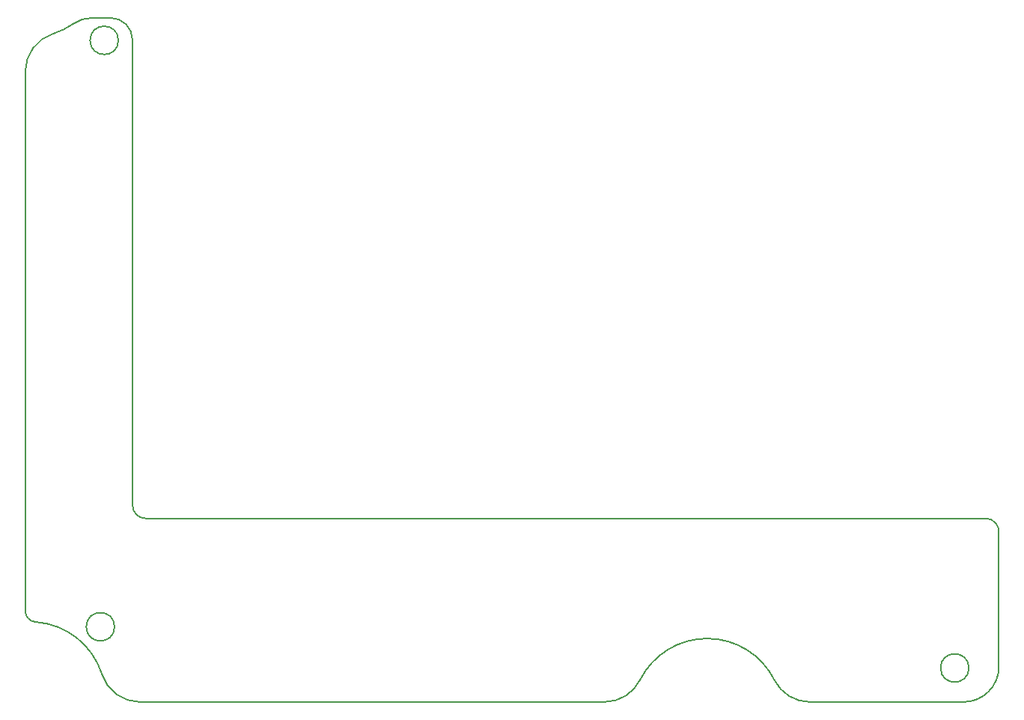
<source format=gbr>
%TF.GenerationSoftware,KiCad,Pcbnew,(5.1.4-0)*%
%TF.CreationDate,2021-02-17T16:05:53+01:00*%
%TF.ProjectId,Indicators,496e6469-6361-4746-9f72-732e6b696361,rev?*%
%TF.SameCoordinates,Original*%
%TF.FileFunction,Profile,NP*%
%FSLAX46Y46*%
G04 Gerber Fmt 4.6, Leading zero omitted, Abs format (unit mm)*
G04 Created by KiCad (PCBNEW (5.1.4-0)) date 2021-02-17 16:05:53*
%MOMM*%
%LPD*%
G04 APERTURE LIST*
%ADD10C,0.200000*%
G04 APERTURE END LIST*
D10*
X198404079Y-142542160D02*
G75*
G02X194404079Y-146542160I-4000000J0D01*
G01*
X198404079Y-127394660D02*
X198404079Y-142542160D01*
X196908376Y-125781208D02*
G75*
G02X198404079Y-127394660I0J-1500000D01*
G01*
X101908377Y-125781209D02*
X196908375Y-125781209D01*
X194404079Y-146542160D02*
X177032388Y-146542160D01*
X101908377Y-125781209D02*
G75*
G02X100408377Y-124281209I0J1500000D01*
G01*
X100408377Y-71650000D02*
X100408377Y-124281209D01*
X97908376Y-69149999D02*
G75*
G02X100408377Y-71650000I0J-2500001D01*
G01*
X95850000Y-69150001D02*
X97908377Y-69150000D01*
X93706094Y-69823288D02*
G75*
G02X95850000Y-69150001I2143906J-3076712D01*
G01*
X89440136Y-137493765D02*
G75*
G02X88277424Y-136246815I87289J1246950D01*
G01*
X88277424Y-136246815D02*
X88277425Y-75240869D01*
X153784364Y-146542160D02*
X101238036Y-146542160D01*
X101238036Y-146542160D02*
G75*
G02X96948683Y-143402840I0J4500000D01*
G01*
X89440135Y-137493763D02*
G75*
G02X96948683Y-143402840I-593564J-8479251D01*
G01*
X177032388Y-146542160D02*
G75*
G02X173008691Y-144057071I0J4500000D01*
G01*
X157808061Y-144057071D02*
G75*
G02X153784364Y-146542160I-4023697J2014911D01*
G01*
X157808061Y-144057073D02*
G75*
G02X173008691Y-144057071I7600315J-3805941D01*
G01*
X93706094Y-69823287D02*
G75*
G02X91416745Y-70951515I-4859523J6973884D01*
G01*
X98377425Y-138034694D02*
G75*
G03X98377425Y-138034694I-1600000J0D01*
G01*
X195004080Y-142696155D02*
G75*
G03X195004080Y-142696155I-1600001J0D01*
G01*
X88277425Y-75240868D02*
G75*
G02X91416745Y-70951515I4500000J0D01*
G01*
X98808377Y-71693856D02*
G75*
G03X98808377Y-71693856I-1600000J0D01*
G01*
M02*

</source>
